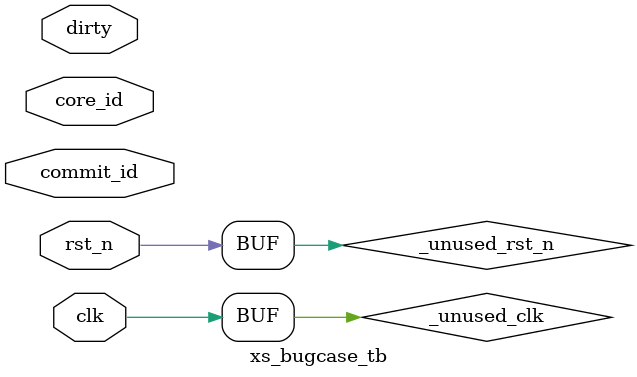
<source format=v>
`timescale 1ns/1ps

module xs_bugcase_tb (
    input  wire        clk,
    input  wire        rst_n,
    input  wire [31:0] core_id,
    input  wire [39:0] commit_id,
    input  wire        dirty
);

    display_test dut (
        .core_id   (core_id),
        .commit_id (commit_id),
        .dirty     (dirty)
    );

    // Unused signals to keep TB stable
    wire _unused_clk   = clk;
    wire _unused_rst_n = rst_n;

endmodule

</source>
